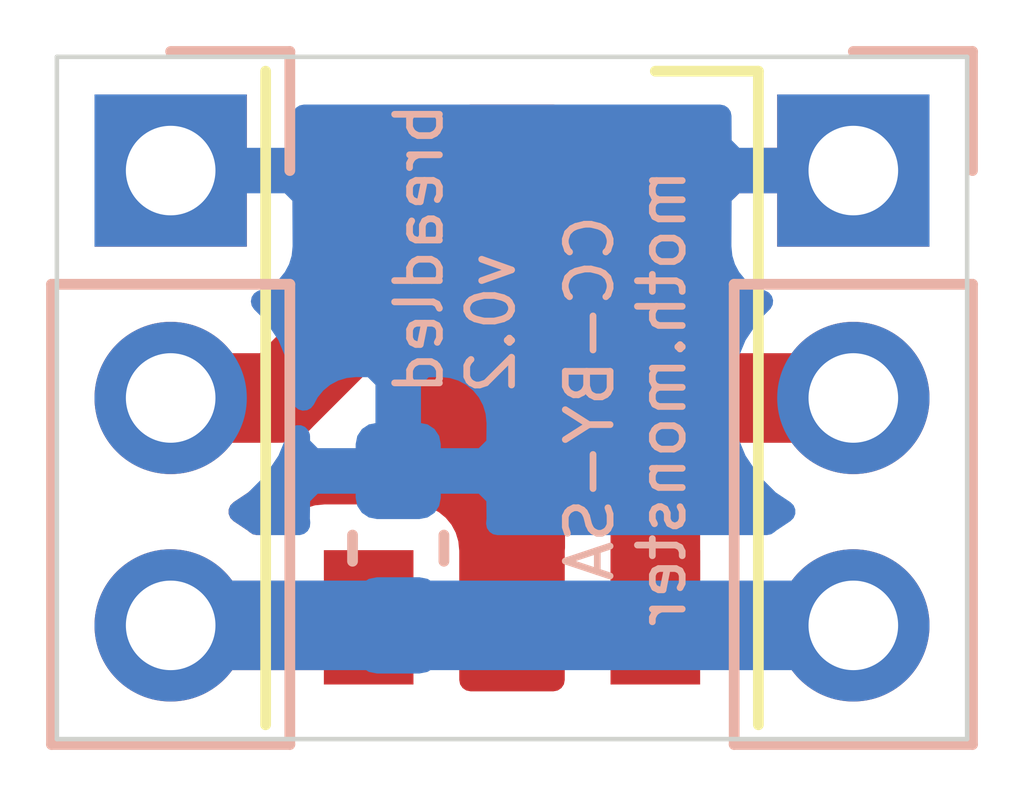
<source format=kicad_pcb>
(kicad_pcb (version 20171130) (host pcbnew 5.1.10)

  (general
    (thickness 1.6)
    (drawings 6)
    (tracks 11)
    (zones 0)
    (modules 4)
    (nets 5)
  )

  (page A4)
  (layers
    (0 F.Cu signal)
    (31 B.Cu signal)
    (32 B.Adhes user)
    (33 F.Adhes user)
    (34 B.Paste user)
    (35 F.Paste user)
    (36 B.SilkS user)
    (37 F.SilkS user)
    (38 B.Mask user)
    (39 F.Mask user)
    (40 Dwgs.User user)
    (41 Cmts.User user)
    (42 Eco1.User user)
    (43 Eco2.User user)
    (44 Edge.Cuts user)
    (45 Margin user)
    (46 B.CrtYd user)
    (47 F.CrtYd user)
    (48 B.Fab user)
    (49 F.Fab user)
  )

  (setup
    (last_trace_width 0.25)
    (user_trace_width 1)
    (trace_clearance 0.2)
    (zone_clearance 0.508)
    (zone_45_only no)
    (trace_min 0.2)
    (via_size 0.8)
    (via_drill 0.4)
    (via_min_size 0.4)
    (via_min_drill 0.3)
    (uvia_size 0.3)
    (uvia_drill 0.1)
    (uvias_allowed no)
    (uvia_min_size 0.2)
    (uvia_min_drill 0.1)
    (edge_width 0.05)
    (segment_width 0.2)
    (pcb_text_width 0.3)
    (pcb_text_size 1.5 1.5)
    (mod_edge_width 0.12)
    (mod_text_size 1 1)
    (mod_text_width 0.15)
    (pad_size 1.524 1.524)
    (pad_drill 0.762)
    (pad_to_mask_clearance 0)
    (aux_axis_origin 0 0)
    (visible_elements FFFFFF7F)
    (pcbplotparams
      (layerselection 0x010fc_ffffffff)
      (usegerberextensions false)
      (usegerberattributes true)
      (usegerberadvancedattributes true)
      (creategerberjobfile true)
      (excludeedgelayer true)
      (linewidth 0.100000)
      (plotframeref false)
      (viasonmask false)
      (mode 1)
      (useauxorigin false)
      (hpglpennumber 1)
      (hpglpenspeed 20)
      (hpglpendiameter 15.000000)
      (psnegative false)
      (psa4output false)
      (plotreference true)
      (plotvalue true)
      (plotinvisibletext false)
      (padsonsilk false)
      (subtractmaskfromsilk false)
      (outputformat 1)
      (mirror false)
      (drillshape 1)
      (scaleselection 1)
      (outputdirectory ""))
  )

  (net 0 "")
  (net 1 "Net-(D1-Pad2)")
  (net 2 "Net-(D1-Pad4)")
  (net 3 /GND)
  (net 4 /5V)

  (net_class Default "This is the default net class."
    (clearance 0.2)
    (trace_width 0.25)
    (via_dia 0.8)
    (via_drill 0.4)
    (uvia_dia 0.3)
    (uvia_drill 0.1)
    (add_net /5V)
    (add_net /GND)
  )

  (net_class chonk ""
    (clearance 0.5)
    (trace_width 1)
    (via_dia 0.8)
    (via_drill 0.4)
    (uvia_dia 0.3)
    (uvia_drill 0.1)
    (add_net "Net-(D1-Pad2)")
    (add_net "Net-(D1-Pad4)")
  )

  (module Capacitor_SMD:C_0603_1608Metric_Pad1.08x0.95mm_HandSolder (layer B.Cu) (tedit 5F68FEEF) (tstamp 616A6360)
    (at 152.4 85.4975 90)
    (descr "Capacitor SMD 0603 (1608 Metric), square (rectangular) end terminal, IPC_7351 nominal with elongated pad for handsoldering. (Body size source: IPC-SM-782 page 76, https://www.pcb-3d.com/wordpress/wp-content/uploads/ipc-sm-782a_amendment_1_and_2.pdf), generated with kicad-footprint-generator")
    (tags "capacitor handsolder")
    (path /616AFA55)
    (attr smd)
    (fp_text reference C1 (at 0 1.43 90) (layer B.SilkS) hide
      (effects (font (size 1 1) (thickness 0.15)) (justify mirror))
    )
    (fp_text value 104 (at 0 -1.43 90) (layer B.Fab)
      (effects (font (size 1 1) (thickness 0.15)) (justify mirror))
    )
    (fp_line (start -0.8 -0.4) (end -0.8 0.4) (layer B.Fab) (width 0.1))
    (fp_line (start -0.8 0.4) (end 0.8 0.4) (layer B.Fab) (width 0.1))
    (fp_line (start 0.8 0.4) (end 0.8 -0.4) (layer B.Fab) (width 0.1))
    (fp_line (start 0.8 -0.4) (end -0.8 -0.4) (layer B.Fab) (width 0.1))
    (fp_line (start -0.146267 0.51) (end 0.146267 0.51) (layer B.SilkS) (width 0.12))
    (fp_line (start -0.146267 -0.51) (end 0.146267 -0.51) (layer B.SilkS) (width 0.12))
    (fp_line (start -1.65 -0.73) (end -1.65 0.73) (layer B.CrtYd) (width 0.05))
    (fp_line (start -1.65 0.73) (end 1.65 0.73) (layer B.CrtYd) (width 0.05))
    (fp_line (start 1.65 0.73) (end 1.65 -0.73) (layer B.CrtYd) (width 0.05))
    (fp_line (start 1.65 -0.73) (end -1.65 -0.73) (layer B.CrtYd) (width 0.05))
    (fp_text user %R (at 0 0 90) (layer B.Fab)
      (effects (font (size 0.4 0.4) (thickness 0.06)) (justify mirror))
    )
    (pad 2 smd roundrect (at 0.8625 0 90) (size 1.075 0.95) (layers B.Cu B.Paste B.Mask) (roundrect_rratio 0.25)
      (net 3 /GND))
    (pad 1 smd roundrect (at -0.8625 0 90) (size 1.075 0.95) (layers B.Cu B.Paste B.Mask) (roundrect_rratio 0.25)
      (net 4 /5V))
    (model ${KISYS3DMOD}/Capacitor_SMD.3dshapes/C_0603_1608Metric.wrl
      (at (xyz 0 0 0))
      (scale (xyz 1 1 1))
      (rotate (xyz 0 0 0))
    )
  )

  (module LED_SMD:LED_WS2812B_PLCC4_5.0x5.0mm_P3.2mm (layer F.Cu) (tedit 5AA4B285) (tstamp 616A49BB)
    (at 153.67 83.82 90)
    (descr https://cdn-shop.adafruit.com/datasheets/WS2812B.pdf)
    (tags "LED RGB NeoPixel")
    (path /6169F0C4)
    (attr smd)
    (fp_text reference D1 (at 0 -3.5 90) (layer F.SilkS) hide
      (effects (font (size 1 1) (thickness 0.15)))
    )
    (fp_text value WS2812B (at 0 4 90) (layer F.Fab)
      (effects (font (size 1 1) (thickness 0.15)))
    )
    (fp_line (start 3.45 -2.75) (end -3.45 -2.75) (layer F.CrtYd) (width 0.05))
    (fp_line (start 3.45 2.75) (end 3.45 -2.75) (layer F.CrtYd) (width 0.05))
    (fp_line (start -3.45 2.75) (end 3.45 2.75) (layer F.CrtYd) (width 0.05))
    (fp_line (start -3.45 -2.75) (end -3.45 2.75) (layer F.CrtYd) (width 0.05))
    (fp_line (start 2.5 1.5) (end 1.5 2.5) (layer F.Fab) (width 0.1))
    (fp_line (start -2.5 -2.5) (end -2.5 2.5) (layer F.Fab) (width 0.1))
    (fp_line (start -2.5 2.5) (end 2.5 2.5) (layer F.Fab) (width 0.1))
    (fp_line (start 2.5 2.5) (end 2.5 -2.5) (layer F.Fab) (width 0.1))
    (fp_line (start 2.5 -2.5) (end -2.5 -2.5) (layer F.Fab) (width 0.1))
    (fp_line (start -3.65 -2.75) (end 3.65 -2.75) (layer F.SilkS) (width 0.12))
    (fp_line (start -3.65 2.75) (end 3.65 2.75) (layer F.SilkS) (width 0.12))
    (fp_line (start 3.65 2.75) (end 3.65 1.6) (layer F.SilkS) (width 0.12))
    (fp_circle (center 0 0) (end 0 -2) (layer F.Fab) (width 0.1))
    (fp_text user 1 (at -4.15 -1.6 90) (layer F.SilkS) hide
      (effects (font (size 1 1) (thickness 0.15)))
    )
    (fp_text user %R (at 0 0 90) (layer F.Fab)
      (effects (font (size 0.8 0.8) (thickness 0.15)))
    )
    (pad 3 smd rect (at 2.45 1.6 90) (size 1.5 1) (layers F.Cu F.Paste F.Mask)
      (net 3 /GND))
    (pad 4 smd rect (at 2.45 -1.6 90) (size 1.5 1) (layers F.Cu F.Paste F.Mask)
      (net 2 "Net-(D1-Pad4)"))
    (pad 2 smd rect (at -2.45 1.6 90) (size 1.5 1) (layers F.Cu F.Paste F.Mask)
      (net 1 "Net-(D1-Pad2)"))
    (pad 1 smd rect (at -2.45 -1.6 90) (size 1.5 1) (layers F.Cu F.Paste F.Mask)
      (net 4 /5V))
    (model ${KISYS3DMOD}/LED_SMD.3dshapes/LED_WS2812B_PLCC4_5.0x5.0mm_P3.2mm.wrl
      (at (xyz 0 0 0))
      (scale (xyz 1 1 1))
      (rotate (xyz 0 0 0))
    )
  )

  (module Connector_PinHeader_2.54mm:PinHeader_1x03_P2.54mm_Vertical (layer B.Cu) (tedit 59FED5CC) (tstamp 616A516E)
    (at 149.86 81.28 180)
    (descr "Through hole straight pin header, 1x03, 2.54mm pitch, single row")
    (tags "Through hole pin header THT 1x03 2.54mm single row")
    (path /616A7092)
    (fp_text reference J1 (at 0 2.33) (layer B.SilkS) hide
      (effects (font (size 1 1) (thickness 0.15)) (justify mirror))
    )
    (fp_text value Conn_01x03_Male (at 0 -7.41) (layer B.Fab) hide
      (effects (font (size 1 1) (thickness 0.15)) (justify mirror))
    )
    (fp_line (start -0.635 1.27) (end 1.27 1.27) (layer B.Fab) (width 0.1))
    (fp_line (start 1.27 1.27) (end 1.27 -6.35) (layer B.Fab) (width 0.1))
    (fp_line (start 1.27 -6.35) (end -1.27 -6.35) (layer B.Fab) (width 0.1))
    (fp_line (start -1.27 -6.35) (end -1.27 0.635) (layer B.Fab) (width 0.1))
    (fp_line (start -1.27 0.635) (end -0.635 1.27) (layer B.Fab) (width 0.1))
    (fp_line (start -1.33 -6.41) (end 1.33 -6.41) (layer B.SilkS) (width 0.12))
    (fp_line (start -1.33 -1.27) (end -1.33 -6.41) (layer B.SilkS) (width 0.12))
    (fp_line (start 1.33 -1.27) (end 1.33 -6.41) (layer B.SilkS) (width 0.12))
    (fp_line (start -1.33 -1.27) (end 1.33 -1.27) (layer B.SilkS) (width 0.12))
    (fp_line (start -1.33 0) (end -1.33 1.33) (layer B.SilkS) (width 0.12))
    (fp_line (start -1.33 1.33) (end 0 1.33) (layer B.SilkS) (width 0.12))
    (fp_line (start -1.8 1.8) (end -1.8 -6.85) (layer B.CrtYd) (width 0.05))
    (fp_line (start -1.8 -6.85) (end 1.8 -6.85) (layer B.CrtYd) (width 0.05))
    (fp_line (start 1.8 -6.85) (end 1.8 1.8) (layer B.CrtYd) (width 0.05))
    (fp_line (start 1.8 1.8) (end -1.8 1.8) (layer B.CrtYd) (width 0.05))
    (fp_text user %R (at 0 -2.54 270) (layer B.Fab)
      (effects (font (size 1 1) (thickness 0.15)) (justify mirror))
    )
    (pad 1 thru_hole rect (at 0 0 180) (size 1.7 1.7) (drill 1) (layers *.Cu *.Mask)
      (net 3 /GND))
    (pad 2 thru_hole oval (at 0 -2.54 180) (size 1.7 1.7) (drill 1) (layers *.Cu *.Mask)
      (net 2 "Net-(D1-Pad4)"))
    (pad 3 thru_hole oval (at 0 -5.08 180) (size 1.7 1.7) (drill 1) (layers *.Cu *.Mask)
      (net 4 /5V))
    (model ${KISYS3DMOD}/Connector_PinHeader_2.54mm.3dshapes/PinHeader_1x03_P2.54mm_Vertical.wrl
      (at (xyz 0 0 0))
      (scale (xyz 1 1 1))
      (rotate (xyz 0 0 0))
    )
  )

  (module Connector_PinHeader_2.54mm:PinHeader_1x03_P2.54mm_Vertical (layer B.Cu) (tedit 59FED5CC) (tstamp 616A5185)
    (at 157.48 81.28 180)
    (descr "Through hole straight pin header, 1x03, 2.54mm pitch, single row")
    (tags "Through hole pin header THT 1x03 2.54mm single row")
    (path /616AC432)
    (fp_text reference J2 (at 0 2.33) (layer B.SilkS) hide
      (effects (font (size 1 1) (thickness 0.15)) (justify mirror))
    )
    (fp_text value Conn_01x03_Male (at 0 -7.41) (layer B.Fab) hide
      (effects (font (size 1 1) (thickness 0.15)) (justify mirror))
    )
    (fp_line (start -0.635 1.27) (end 1.27 1.27) (layer B.Fab) (width 0.1))
    (fp_line (start 1.27 1.27) (end 1.27 -6.35) (layer B.Fab) (width 0.1))
    (fp_line (start 1.27 -6.35) (end -1.27 -6.35) (layer B.Fab) (width 0.1))
    (fp_line (start -1.27 -6.35) (end -1.27 0.635) (layer B.Fab) (width 0.1))
    (fp_line (start -1.27 0.635) (end -0.635 1.27) (layer B.Fab) (width 0.1))
    (fp_line (start -1.33 -6.41) (end 1.33 -6.41) (layer B.SilkS) (width 0.12))
    (fp_line (start -1.33 -1.27) (end -1.33 -6.41) (layer B.SilkS) (width 0.12))
    (fp_line (start 1.33 -1.27) (end 1.33 -6.41) (layer B.SilkS) (width 0.12))
    (fp_line (start -1.33 -1.27) (end 1.33 -1.27) (layer B.SilkS) (width 0.12))
    (fp_line (start -1.33 0) (end -1.33 1.33) (layer B.SilkS) (width 0.12))
    (fp_line (start -1.33 1.33) (end 0 1.33) (layer B.SilkS) (width 0.12))
    (fp_line (start -1.8 1.8) (end -1.8 -6.85) (layer B.CrtYd) (width 0.05))
    (fp_line (start -1.8 -6.85) (end 1.8 -6.85) (layer B.CrtYd) (width 0.05))
    (fp_line (start 1.8 -6.85) (end 1.8 1.8) (layer B.CrtYd) (width 0.05))
    (fp_line (start 1.8 1.8) (end -1.8 1.8) (layer B.CrtYd) (width 0.05))
    (fp_text user %R (at 0 -2.54 270) (layer B.Fab)
      (effects (font (size 1 1) (thickness 0.15)) (justify mirror))
    )
    (pad 1 thru_hole rect (at 0 0 180) (size 1.7 1.7) (drill 1) (layers *.Cu *.Mask)
      (net 3 /GND))
    (pad 2 thru_hole oval (at 0 -2.54 180) (size 1.7 1.7) (drill 1) (layers *.Cu *.Mask)
      (net 1 "Net-(D1-Pad2)"))
    (pad 3 thru_hole oval (at 0 -5.08 180) (size 1.7 1.7) (drill 1) (layers *.Cu *.Mask)
      (net 4 /5V))
    (model ${KISYS3DMOD}/Connector_PinHeader_2.54mm.3dshapes/PinHeader_1x03_P2.54mm_Vertical.wrl
      (at (xyz 0 0 0))
      (scale (xyz 1 1 1))
      (rotate (xyz 0 0 0))
    )
  )

  (gr_text "CC-BY-SA\nmoth.monster" (at 154.94 83.82 90) (layer B.SilkS)
    (effects (font (size 0.5 0.5) (thickness 0.075)) (justify mirror))
  )
  (gr_text "breadled\nv0.2" (at 153.035 83.82 90) (layer B.SilkS)
    (effects (font (size 0.5 0.5) (thickness 0.075)) (justify right mirror))
  )
  (gr_line (start 148.59 87.63) (end 148.59 80.01) (layer Edge.Cuts) (width 0.05) (tstamp 616A5444))
  (gr_line (start 158.75 87.63) (end 148.59 87.63) (layer Edge.Cuts) (width 0.05))
  (gr_line (start 158.75 80.01) (end 158.75 87.63) (layer Edge.Cuts) (width 0.05))
  (gr_line (start 148.59 80.01) (end 158.75 80.01) (layer Edge.Cuts) (width 0.05))

  (segment (start 155.97 83.82) (end 157.48 83.82) (width 1) (layer F.Cu) (net 1))
  (segment (start 155.27 84.52) (end 155.97 83.82) (width 1) (layer F.Cu) (net 1))
  (segment (start 155.27 86.27) (end 155.27 84.52) (width 1) (layer F.Cu) (net 1))
  (segment (start 152.07 82.812081) (end 152.07 81.37) (width 1) (layer F.Cu) (net 2))
  (segment (start 151.062081 83.82) (end 152.07 82.812081) (width 1) (layer F.Cu) (net 2))
  (segment (start 149.86 83.82) (end 151.062081 83.82) (width 1) (layer F.Cu) (net 2))
  (segment (start 155.36 81.28) (end 155.27 81.37) (width 1) (layer F.Cu) (net 3))
  (segment (start 151.98 86.36) (end 152.07 86.27) (width 1) (layer F.Cu) (net 4))
  (segment (start 149.86 86.36) (end 151.98 86.36) (width 1) (layer F.Cu) (net 4))
  (segment (start 152.4 86.36) (end 157.48 86.36) (width 1) (layer B.Cu) (net 4))
  (segment (start 149.86 86.36) (end 152.4 86.36) (width 1) (layer B.Cu) (net 4))

  (zone (net 3) (net_name /GND) (layer F.Cu) (tstamp 0) (hatch edge 0.508)
    (connect_pads (clearance 0.508))
    (min_thickness 0.254)
    (fill yes (arc_segments 32) (thermal_gap 0.508) (thermal_bridge_width 0.508))
    (polygon
      (pts
        (xy 159.385 88.265) (xy 147.955 88.265) (xy 147.955 79.375) (xy 159.385 79.375)
      )
    )
    (filled_polygon
      (pts
        (xy 154.135 81.08425) (xy 154.29375 81.243) (xy 155.143 81.243) (xy 155.143 81.223) (xy 155.397 81.223)
        (xy 155.397 81.243) (xy 156.24625 81.243) (xy 156.33625 81.153) (xy 157.353 81.153) (xy 157.353 81.133)
        (xy 157.607 81.133) (xy 157.607 81.153) (xy 157.627 81.153) (xy 157.627 81.407) (xy 157.607 81.407)
        (xy 157.607 81.427) (xy 157.353 81.427) (xy 157.353 81.407) (xy 156.15375 81.407) (xy 156.06375 81.497)
        (xy 155.397 81.497) (xy 155.397 82.59625) (xy 155.55575 82.755) (xy 155.5702 82.755207) (xy 155.533553 82.766324)
        (xy 155.336377 82.871716) (xy 155.163551 83.013551) (xy 155.128004 83.056865) (xy 154.50686 83.678009) (xy 154.463552 83.713551)
        (xy 154.321717 83.886377) (xy 154.286335 83.952572) (xy 154.216324 84.083554) (xy 154.151423 84.297502) (xy 154.129509 84.52)
        (xy 154.135 84.575751) (xy 154.135 85.488808) (xy 154.131928 85.52) (xy 154.131928 86.97) (xy 153.208072 86.97)
        (xy 153.208072 86.294553) (xy 153.21049 86.270001) (xy 153.208072 86.245449) (xy 153.208072 85.52) (xy 153.195812 85.395518)
        (xy 153.159502 85.27582) (xy 153.100537 85.165506) (xy 153.021185 85.068815) (xy 152.924494 84.989463) (xy 152.81418 84.930498)
        (xy 152.694482 84.894188) (xy 152.57 84.881928) (xy 151.57 84.881928) (xy 151.445518 84.894188) (xy 151.32582 84.930498)
        (xy 151.215506 84.989463) (xy 151.118815 85.068815) (xy 151.039463 85.165506) (xy 151.007662 85.225) (xy 150.825107 85.225)
        (xy 150.806632 85.206525) (xy 150.63224 85.09) (xy 150.806632 84.973475) (xy 150.825107 84.955) (xy 151.00633 84.955)
        (xy 151.062081 84.960491) (xy 151.117832 84.955) (xy 151.117833 84.955) (xy 151.28458 84.938577) (xy 151.498528 84.873676)
        (xy 151.695704 84.768284) (xy 151.86853 84.626449) (xy 151.904076 84.583136) (xy 152.833145 83.654068) (xy 152.876449 83.61853)
        (xy 152.914869 83.571716) (xy 153.018284 83.445704) (xy 153.123676 83.248528) (xy 153.188577 83.03458) (xy 153.210491 82.812081)
        (xy 153.205 82.756329) (xy 153.205 82.151192) (xy 153.208072 82.12) (xy 154.131928 82.12) (xy 154.144188 82.244482)
        (xy 154.180498 82.36418) (xy 154.239463 82.474494) (xy 154.318815 82.571185) (xy 154.415506 82.650537) (xy 154.52582 82.709502)
        (xy 154.645518 82.745812) (xy 154.77 82.758072) (xy 154.98425 82.755) (xy 155.143 82.59625) (xy 155.143 81.497)
        (xy 154.29375 81.497) (xy 154.135 81.65575) (xy 154.131928 82.12) (xy 153.208072 82.12) (xy 153.208072 80.67)
        (xy 154.132259 80.67)
      )
    )
    (filled_polygon
      (pts
        (xy 149.987 81.153) (xy 150.007 81.153) (xy 150.007 81.407) (xy 149.987 81.407) (xy 149.987 81.427)
        (xy 149.733 81.427) (xy 149.733 81.407) (xy 149.713 81.407) (xy 149.713 81.153) (xy 149.733 81.153)
        (xy 149.733 81.133) (xy 149.987 81.133)
      )
    )
  )
  (zone (net 3) (net_name /GND) (layer B.Cu) (tstamp 0) (hatch edge 0.508)
    (connect_pads (clearance 0.508))
    (min_thickness 0.254)
    (fill yes (arc_segments 32) (thermal_gap 0.508) (thermal_bridge_width 0.508))
    (polygon
      (pts
        (xy 159.385 88.265) (xy 147.955 88.265) (xy 147.955 79.375) (xy 159.385 79.375)
      )
    )
    (filled_polygon
      (pts
        (xy 155.995 80.99425) (xy 156.15375 81.153) (xy 157.353 81.153) (xy 157.353 81.133) (xy 157.607 81.133)
        (xy 157.607 81.153) (xy 157.627 81.153) (xy 157.627 81.407) (xy 157.607 81.407) (xy 157.607 81.427)
        (xy 157.353 81.427) (xy 157.353 81.407) (xy 156.15375 81.407) (xy 155.995 81.56575) (xy 155.991928 82.13)
        (xy 156.004188 82.254482) (xy 156.040498 82.37418) (xy 156.099463 82.484494) (xy 156.178815 82.581185) (xy 156.275506 82.660537)
        (xy 156.38582 82.719502) (xy 156.45838 82.741513) (xy 156.326525 82.873368) (xy 156.16401 83.116589) (xy 156.052068 83.386842)
        (xy 155.995 83.67374) (xy 155.995 83.96626) (xy 156.052068 84.253158) (xy 156.16401 84.523411) (xy 156.326525 84.766632)
        (xy 156.533368 84.973475) (xy 156.70776 85.09) (xy 156.533368 85.206525) (xy 156.514893 85.225) (xy 153.507901 85.225)
        (xy 153.513072 85.1725) (xy 153.51 84.92075) (xy 153.35125 84.762) (xy 152.527 84.762) (xy 152.527 84.782)
        (xy 152.273 84.782) (xy 152.273 84.762) (xy 151.44875 84.762) (xy 151.29 84.92075) (xy 151.286928 85.1725)
        (xy 151.292099 85.225) (xy 150.825107 85.225) (xy 150.806632 85.206525) (xy 150.63224 85.09) (xy 150.806632 84.973475)
        (xy 151.013475 84.766632) (xy 151.17599 84.523411) (xy 151.287932 84.253158) (xy 151.288776 84.248917) (xy 151.29 84.34925)
        (xy 151.44875 84.508) (xy 152.273 84.508) (xy 152.273 83.62125) (xy 152.527 83.62125) (xy 152.527 84.508)
        (xy 153.35125 84.508) (xy 153.51 84.34925) (xy 153.513072 84.0975) (xy 153.500812 83.973018) (xy 153.464502 83.85332)
        (xy 153.405537 83.743006) (xy 153.326185 83.646315) (xy 153.229494 83.566963) (xy 153.11918 83.507998) (xy 152.999482 83.471688)
        (xy 152.875 83.459428) (xy 152.68575 83.4625) (xy 152.527 83.62125) (xy 152.273 83.62125) (xy 152.11425 83.4625)
        (xy 151.925 83.459428) (xy 151.800518 83.471688) (xy 151.68082 83.507998) (xy 151.570506 83.566963) (xy 151.473815 83.646315)
        (xy 151.394463 83.743006) (xy 151.345 83.835543) (xy 151.345 83.67374) (xy 151.287932 83.386842) (xy 151.17599 83.116589)
        (xy 151.013475 82.873368) (xy 150.88162 82.741513) (xy 150.95418 82.719502) (xy 151.064494 82.660537) (xy 151.161185 82.581185)
        (xy 151.240537 82.484494) (xy 151.299502 82.37418) (xy 151.335812 82.254482) (xy 151.348072 82.13) (xy 151.345 81.56575)
        (xy 151.18625 81.407) (xy 149.987 81.407) (xy 149.987 81.427) (xy 149.733 81.427) (xy 149.733 81.407)
        (xy 149.713 81.407) (xy 149.713 81.153) (xy 149.733 81.153) (xy 149.733 81.133) (xy 149.987 81.133)
        (xy 149.987 81.153) (xy 151.18625 81.153) (xy 151.345 80.99425) (xy 151.346765 80.67) (xy 155.993235 80.67)
      )
    )
  )
)

</source>
